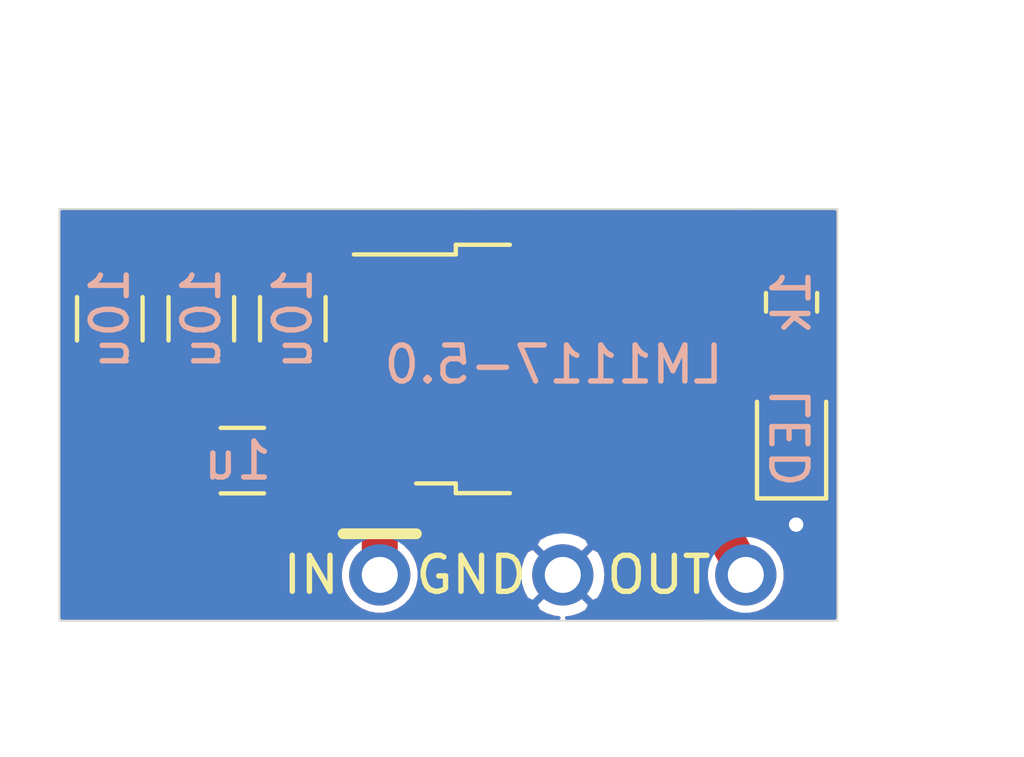
<source format=kicad_pcb>
(kicad_pcb (version 20171130) (host pcbnew 5.1.5+dfsg1-2build2)

  (general
    (thickness 0.8)
    (drawings 6)
    (tracks 14)
    (zones 0)
    (modules 8)
    (nets 5)
  )

  (page A4)
  (layers
    (0 F.Cu signal)
    (31 B.Cu signal)
    (32 B.Adhes user)
    (33 F.Adhes user)
    (34 B.Paste user)
    (35 F.Paste user)
    (36 B.SilkS user)
    (37 F.SilkS user)
    (38 B.Mask user)
    (39 F.Mask user)
    (40 Dwgs.User user)
    (41 Cmts.User user)
    (42 Eco1.User user)
    (43 Eco2.User user)
    (44 Edge.Cuts user)
    (45 Margin user)
    (46 B.CrtYd user)
    (47 F.CrtYd user)
    (48 B.Fab user)
    (49 F.Fab user)
  )

  (setup
    (last_trace_width 0.25)
    (user_trace_width 0.3)
    (user_trace_width 0.5)
    (user_trace_width 0.7)
    (user_trace_width 1)
    (trace_clearance 0.2)
    (zone_clearance 0)
    (zone_45_only no)
    (trace_min 0.2)
    (via_size 0.8)
    (via_drill 0.4)
    (via_min_size 0.4)
    (via_min_drill 0.3)
    (uvia_size 0.3)
    (uvia_drill 0.1)
    (uvias_allowed no)
    (uvia_min_size 0.2)
    (uvia_min_drill 0.1)
    (edge_width 0.05)
    (segment_width 0.2)
    (pcb_text_width 0.3)
    (pcb_text_size 1.5 1.5)
    (mod_edge_width 0.12)
    (mod_text_size 1 1)
    (mod_text_width 0.15)
    (pad_size 1.5 1.5)
    (pad_drill 1)
    (pad_to_mask_clearance 0.051)
    (solder_mask_min_width 0.25)
    (aux_axis_origin 0 0)
    (visible_elements FFFFFF7F)
    (pcbplotparams
      (layerselection 0x010fc_ffffffff)
      (usegerberextensions false)
      (usegerberattributes false)
      (usegerberadvancedattributes false)
      (creategerberjobfile false)
      (excludeedgelayer true)
      (linewidth 0.100000)
      (plotframeref false)
      (viasonmask false)
      (mode 1)
      (useauxorigin false)
      (hpglpennumber 1)
      (hpglpenspeed 20)
      (hpglpendiameter 15.000000)
      (psnegative false)
      (psa4output false)
      (plotreference true)
      (plotvalue true)
      (plotinvisibletext false)
      (padsonsilk false)
      (subtractmaskfromsilk false)
      (outputformat 1)
      (mirror false)
      (drillshape 1)
      (scaleselection 1)
      (outputdirectory ""))
  )

  (net 0 "")
  (net 1 VOUT)
  (net 2 VIN)
  (net 3 GND)
  (net 4 "Net-(D1-Pad2)")

  (net_class Default "This is the default net class."
    (clearance 0.2)
    (trace_width 0.25)
    (via_dia 0.8)
    (via_drill 0.4)
    (uvia_dia 0.3)
    (uvia_drill 0.1)
    (add_net GND)
    (add_net "Net-(D1-Pad2)")
    (add_net VIN)
    (add_net VOUT)
  )

  (module Package_TO_SOT_SMD:TO-252-3_TabPin2 (layer F.Cu) (tedit 5A70F30B) (tstamp 642D9784)
    (at 139.201 93.339)
    (descr "TO-252 / DPAK SMD package, http://www.infineon.com/cms/en/product/packages/PG-TO252/PG-TO252-3-1/")
    (tags "DPAK TO-252 DPAK-3 TO-252-3 SOT-428")
    (path /642DCD8E)
    (attr smd)
    (fp_text reference U1 (at 0 -4.5) (layer F.SilkS) hide
      (effects (font (size 1 1) (thickness 0.15)))
    )
    (fp_text value LM1117-5.0 (at 0.245 -0.121) (layer B.SilkS)
      (effects (font (size 1 1) (thickness 0.15)) (justify mirror))
    )
    (fp_text user %R (at 0 0) (layer F.Fab) hide
      (effects (font (size 1 1) (thickness 0.15)))
    )
    (fp_line (start 5.55 -3.5) (end -5.55 -3.5) (layer F.CrtYd) (width 0.05))
    (fp_line (start 5.55 3.5) (end 5.55 -3.5) (layer F.CrtYd) (width 0.05))
    (fp_line (start -5.55 3.5) (end 5.55 3.5) (layer F.CrtYd) (width 0.05))
    (fp_line (start -5.55 -3.5) (end -5.55 3.5) (layer F.CrtYd) (width 0.05))
    (fp_line (start -2.47 3.18) (end -3.57 3.18) (layer F.SilkS) (width 0.12))
    (fp_line (start -2.47 3.45) (end -2.47 3.18) (layer F.SilkS) (width 0.12))
    (fp_line (start -0.97 3.45) (end -2.47 3.45) (layer F.SilkS) (width 0.12))
    (fp_line (start -2.47 -3.18) (end -5.3 -3.18) (layer F.SilkS) (width 0.12))
    (fp_line (start -2.47 -3.45) (end -2.47 -3.18) (layer F.SilkS) (width 0.12))
    (fp_line (start -0.97 -3.45) (end -2.47 -3.45) (layer F.SilkS) (width 0.12))
    (fp_line (start -4.97 2.655) (end -2.27 2.655) (layer F.Fab) (width 0.1))
    (fp_line (start -4.97 1.905) (end -4.97 2.655) (layer F.Fab) (width 0.1))
    (fp_line (start -2.27 1.905) (end -4.97 1.905) (layer F.Fab) (width 0.1))
    (fp_line (start -4.97 0.375) (end -2.27 0.375) (layer F.Fab) (width 0.1))
    (fp_line (start -4.97 -0.375) (end -4.97 0.375) (layer F.Fab) (width 0.1))
    (fp_line (start -2.27 -0.375) (end -4.97 -0.375) (layer F.Fab) (width 0.1))
    (fp_line (start -4.97 -1.905) (end -2.27 -1.905) (layer F.Fab) (width 0.1))
    (fp_line (start -4.97 -2.655) (end -4.97 -1.905) (layer F.Fab) (width 0.1))
    (fp_line (start -1.865 -2.655) (end -4.97 -2.655) (layer F.Fab) (width 0.1))
    (fp_line (start -1.27 -3.25) (end 3.95 -3.25) (layer F.Fab) (width 0.1))
    (fp_line (start -2.27 -2.25) (end -1.27 -3.25) (layer F.Fab) (width 0.1))
    (fp_line (start -2.27 3.25) (end -2.27 -2.25) (layer F.Fab) (width 0.1))
    (fp_line (start 3.95 3.25) (end -2.27 3.25) (layer F.Fab) (width 0.1))
    (fp_line (start 3.95 -3.25) (end 3.95 3.25) (layer F.Fab) (width 0.1))
    (fp_line (start 4.95 2.7) (end 3.95 2.7) (layer F.Fab) (width 0.1))
    (fp_line (start 4.95 -2.7) (end 4.95 2.7) (layer F.Fab) (width 0.1))
    (fp_line (start 3.95 -2.7) (end 4.95 -2.7) (layer F.Fab) (width 0.1))
    (pad "" smd rect (at 0.425 1.525) (size 3.05 2.75) (layers F.Paste))
    (pad "" smd rect (at 3.775 -1.525) (size 3.05 2.75) (layers F.Paste))
    (pad "" smd rect (at 0.425 -1.525) (size 3.05 2.75) (layers F.Paste))
    (pad "" smd rect (at 3.775 1.525) (size 3.05 2.75) (layers F.Paste))
    (pad 2 smd rect (at 2.1 0) (size 6.4 5.8) (layers F.Cu F.Mask)
      (net 1 VOUT))
    (pad 3 smd rect (at -4.2 2.28) (size 2.2 1.2) (layers F.Cu F.Paste F.Mask)
      (net 2 VIN))
    (pad 2 smd rect (at -4.2 0) (size 2.2 1.2) (layers F.Cu F.Paste F.Mask)
      (net 1 VOUT))
    (pad 1 smd rect (at -4.2 -2.28) (size 2.2 1.2) (layers F.Cu F.Paste F.Mask)
      (net 3 GND))
    (model ${KISYS3DMOD}/Package_TO_SOT_SMD.3dshapes/TO-252-3_TabPin2.wrl
      (at (xyz 0 0 0))
      (scale (xyz 1 1 1))
      (rotate (xyz 0 0 0))
    )
  )

  (module Capacitor_SMD:C_1206_3216Metric (layer F.Cu) (tedit 5B301BBE) (tstamp 642ED94C)
    (at 127.127 91.945 90)
    (descr "Capacitor SMD 1206 (3216 Metric), square (rectangular) end terminal, IPC_7351 nominal, (Body size source: http://www.tortai-tech.com/upload/download/2011102023233369053.pdf), generated with kicad-footprint-generator")
    (tags capacitor)
    (path /64302E5D)
    (attr smd)
    (fp_text reference C4 (at 0 -1.82 90) (layer F.SilkS) hide
      (effects (font (size 1 1) (thickness 0.15)))
    )
    (fp_text value 10u (at 0 0 90) (layer B.SilkS)
      (effects (font (size 1 1) (thickness 0.15)) (justify mirror))
    )
    (fp_text user %R (at 0 0 90) (layer F.Fab) hide
      (effects (font (size 0.8 0.8) (thickness 0.12)))
    )
    (fp_line (start 2.28 1.12) (end -2.28 1.12) (layer F.CrtYd) (width 0.05))
    (fp_line (start 2.28 -1.12) (end 2.28 1.12) (layer F.CrtYd) (width 0.05))
    (fp_line (start -2.28 -1.12) (end 2.28 -1.12) (layer F.CrtYd) (width 0.05))
    (fp_line (start -2.28 1.12) (end -2.28 -1.12) (layer F.CrtYd) (width 0.05))
    (fp_line (start -0.602064 0.91) (end 0.602064 0.91) (layer F.SilkS) (width 0.12))
    (fp_line (start -0.602064 -0.91) (end 0.602064 -0.91) (layer F.SilkS) (width 0.12))
    (fp_line (start 1.6 0.8) (end -1.6 0.8) (layer F.Fab) (width 0.1))
    (fp_line (start 1.6 -0.8) (end 1.6 0.8) (layer F.Fab) (width 0.1))
    (fp_line (start -1.6 -0.8) (end 1.6 -0.8) (layer F.Fab) (width 0.1))
    (fp_line (start -1.6 0.8) (end -1.6 -0.8) (layer F.Fab) (width 0.1))
    (pad 2 smd roundrect (at 1.4 0 90) (size 1.25 1.75) (layers F.Cu F.Paste F.Mask) (roundrect_rratio 0.2)
      (net 3 GND))
    (pad 1 smd roundrect (at -1.4 0 90) (size 1.25 1.75) (layers F.Cu F.Paste F.Mask) (roundrect_rratio 0.2)
      (net 1 VOUT))
    (model ${KISYS3DMOD}/Capacitor_SMD.3dshapes/C_1206_3216Metric.wrl
      (at (xyz 0 0 0))
      (scale (xyz 1 1 1))
      (rotate (xyz 0 0 0))
    )
  )

  (module plc88:power_im (layer F.Cu) (tedit 642E78E2) (tstamp 642ED769)
    (at 128.27 88.9)
    (path /642F7F1E)
    (fp_text reference J1 (at 10.033 5.969) (layer F.Fab)
      (effects (font (size 1 1) (thickness 0.15)))
    )
    (fp_text value power_i (at 9.779 4.064) (layer F.Fab)
      (effects (font (size 1 1) (thickness 0.15)))
    )
    (fp_line (start -2.54 0) (end -2.54 1.27) (layer F.Fab) (width 0.12))
    (fp_line (start -2.54 0) (end -1.27 0) (layer F.Fab) (width 0.12))
    (fp_line (start 19.05 11.43) (end 17.78 11.43) (layer F.Fab) (width 0.12))
    (fp_line (start 19.05 10.16) (end 19.05 11.43) (layer F.Fab) (width 0.12))
    (fp_text user IN (at 4.445 10.16) (layer F.SilkS)
      (effects (font (size 1 1) (thickness 0.15)))
    )
    (fp_text user GND (at 8.89 10.16) (layer F.SilkS)
      (effects (font (size 1 1) (thickness 0.15)))
    )
    (fp_text user OUT (at 14.097 10.16) (layer F.SilkS)
      (effects (font (size 1 1) (thickness 0.15)))
    )
    (fp_line (start 5.334 9.017) (end 7.366 9.017) (layer F.SilkS) (width 0.3))
    (pad 3 thru_hole circle (at 11.43 10.16) (size 1.7 1.7) (drill 1) (layers *.Cu *.Mask)
      (net 3 GND))
    (pad 2 thru_hole circle (at 16.51 10.16) (size 1.7 1.7) (drill 1) (layers *.Cu *.Mask)
      (net 1 VOUT))
    (pad 1 thru_hole circle (at 6.35 10.16) (size 1.7 1.7) (drill 1) (layers *.Cu *.Mask)
      (net 2 VIN))
  )

  (module Resistor_SMD:R_0805_2012Metric (layer F.Cu) (tedit 5B36C52B) (tstamp 642D976E)
    (at 146.05 91.4885 90)
    (descr "Resistor SMD 0805 (2012 Metric), square (rectangular) end terminal, IPC_7351 nominal, (Body size source: https://docs.google.com/spreadsheets/d/1BsfQQcO9C6DZCsRaXUlFlo91Tg2WpOkGARC1WS5S8t0/edit?usp=sharing), generated with kicad-footprint-generator")
    (tags resistor)
    (path /642E307E)
    (attr smd)
    (fp_text reference R1 (at 0 -1.65 90) (layer F.SilkS) hide
      (effects (font (size 1 1) (thickness 0.15)))
    )
    (fp_text value 1k (at 0 0 90) (layer B.SilkS)
      (effects (font (size 1 1) (thickness 0.15)) (justify mirror))
    )
    (fp_text user %R (at 0 0 90) (layer F.Fab) hide
      (effects (font (size 0.5 0.5) (thickness 0.08)))
    )
    (fp_line (start 1.68 0.95) (end -1.68 0.95) (layer F.CrtYd) (width 0.05))
    (fp_line (start 1.68 -0.95) (end 1.68 0.95) (layer F.CrtYd) (width 0.05))
    (fp_line (start -1.68 -0.95) (end 1.68 -0.95) (layer F.CrtYd) (width 0.05))
    (fp_line (start -1.68 0.95) (end -1.68 -0.95) (layer F.CrtYd) (width 0.05))
    (fp_line (start -0.258578 0.71) (end 0.258578 0.71) (layer F.SilkS) (width 0.12))
    (fp_line (start -0.258578 -0.71) (end 0.258578 -0.71) (layer F.SilkS) (width 0.12))
    (fp_line (start 1 0.6) (end -1 0.6) (layer F.Fab) (width 0.1))
    (fp_line (start 1 -0.6) (end 1 0.6) (layer F.Fab) (width 0.1))
    (fp_line (start -1 -0.6) (end 1 -0.6) (layer F.Fab) (width 0.1))
    (fp_line (start -1 0.6) (end -1 -0.6) (layer F.Fab) (width 0.1))
    (pad 2 smd roundrect (at 0.9375 0 90) (size 0.975 1.4) (layers F.Cu F.Paste F.Mask) (roundrect_rratio 0.25)
      (net 1 VOUT))
    (pad 1 smd roundrect (at -0.9375 0 90) (size 0.975 1.4) (layers F.Cu F.Paste F.Mask) (roundrect_rratio 0.25)
      (net 4 "Net-(D1-Pad2)"))
    (model ${KISYS3DMOD}/Resistor_SMD.3dshapes/R_0805_2012Metric.wrl
      (at (xyz 0 0 0))
      (scale (xyz 1 1 1))
      (rotate (xyz 0 0 0))
    )
  )

  (module LED_SMD:LED_0805_2012Metric (layer F.Cu) (tedit 5B36C52C) (tstamp 642D971B)
    (at 146.05 95.25 90)
    (descr "LED SMD 0805 (2012 Metric), square (rectangular) end terminal, IPC_7351 nominal, (Body size source: https://docs.google.com/spreadsheets/d/1BsfQQcO9C6DZCsRaXUlFlo91Tg2WpOkGARC1WS5S8t0/edit?usp=sharing), generated with kicad-footprint-generator")
    (tags diode)
    (path /642E237F)
    (attr smd)
    (fp_text reference D1 (at 0 -1.65 90) (layer F.SilkS) hide
      (effects (font (size 1 1) (thickness 0.15)))
    )
    (fp_text value LED (at 0 0 90) (layer B.SilkS)
      (effects (font (size 1 1) (thickness 0.15)) (justify mirror))
    )
    (fp_text user %R (at 0 0 90) (layer F.Fab) hide
      (effects (font (size 0.5 0.5) (thickness 0.08)))
    )
    (fp_line (start 1.68 0.95) (end -1.68 0.95) (layer F.CrtYd) (width 0.05))
    (fp_line (start 1.68 -0.95) (end 1.68 0.95) (layer F.CrtYd) (width 0.05))
    (fp_line (start -1.68 -0.95) (end 1.68 -0.95) (layer F.CrtYd) (width 0.05))
    (fp_line (start -1.68 0.95) (end -1.68 -0.95) (layer F.CrtYd) (width 0.05))
    (fp_line (start -1.685 0.96) (end 1 0.96) (layer F.SilkS) (width 0.12))
    (fp_line (start -1.685 -0.96) (end -1.685 0.96) (layer F.SilkS) (width 0.12))
    (fp_line (start 1 -0.96) (end -1.685 -0.96) (layer F.SilkS) (width 0.12))
    (fp_line (start 1 0.6) (end 1 -0.6) (layer F.Fab) (width 0.1))
    (fp_line (start -1 0.6) (end 1 0.6) (layer F.Fab) (width 0.1))
    (fp_line (start -1 -0.3) (end -1 0.6) (layer F.Fab) (width 0.1))
    (fp_line (start -0.7 -0.6) (end -1 -0.3) (layer F.Fab) (width 0.1))
    (fp_line (start 1 -0.6) (end -0.7 -0.6) (layer F.Fab) (width 0.1))
    (pad 2 smd roundrect (at 0.9375 0 90) (size 0.975 1.4) (layers F.Cu F.Paste F.Mask) (roundrect_rratio 0.25)
      (net 4 "Net-(D1-Pad2)"))
    (pad 1 smd roundrect (at -0.9375 0 90) (size 0.975 1.4) (layers F.Cu F.Paste F.Mask) (roundrect_rratio 0.25)
      (net 3 GND))
    (model ${KISYS3DMOD}/LED_SMD.3dshapes/LED_0805_2012Metric.wrl
      (at (xyz 0 0 0))
      (scale (xyz 1 1 1))
      (rotate (xyz 0 0 0))
    )
  )

  (module Capacitor_SMD:C_1206_3216Metric (layer F.Cu) (tedit 5B301BBE) (tstamp 642D9708)
    (at 129.667 91.945 90)
    (descr "Capacitor SMD 1206 (3216 Metric), square (rectangular) end terminal, IPC_7351 nominal, (Body size source: http://www.tortai-tech.com/upload/download/2011102023233369053.pdf), generated with kicad-footprint-generator")
    (tags capacitor)
    (path /642DBC27)
    (attr smd)
    (fp_text reference C3 (at 0 -1.82 90) (layer F.SilkS) hide
      (effects (font (size 1 1) (thickness 0.15)))
    )
    (fp_text value 10u (at 0 0 90) (layer B.SilkS)
      (effects (font (size 1 1) (thickness 0.15)) (justify mirror))
    )
    (fp_text user %R (at 0 0 90) (layer F.Fab) hide
      (effects (font (size 0.8 0.8) (thickness 0.12)))
    )
    (fp_line (start 2.28 1.12) (end -2.28 1.12) (layer F.CrtYd) (width 0.05))
    (fp_line (start 2.28 -1.12) (end 2.28 1.12) (layer F.CrtYd) (width 0.05))
    (fp_line (start -2.28 -1.12) (end 2.28 -1.12) (layer F.CrtYd) (width 0.05))
    (fp_line (start -2.28 1.12) (end -2.28 -1.12) (layer F.CrtYd) (width 0.05))
    (fp_line (start -0.602064 0.91) (end 0.602064 0.91) (layer F.SilkS) (width 0.12))
    (fp_line (start -0.602064 -0.91) (end 0.602064 -0.91) (layer F.SilkS) (width 0.12))
    (fp_line (start 1.6 0.8) (end -1.6 0.8) (layer F.Fab) (width 0.1))
    (fp_line (start 1.6 -0.8) (end 1.6 0.8) (layer F.Fab) (width 0.1))
    (fp_line (start -1.6 -0.8) (end 1.6 -0.8) (layer F.Fab) (width 0.1))
    (fp_line (start -1.6 0.8) (end -1.6 -0.8) (layer F.Fab) (width 0.1))
    (pad 2 smd roundrect (at 1.4 0 90) (size 1.25 1.75) (layers F.Cu F.Paste F.Mask) (roundrect_rratio 0.2)
      (net 3 GND))
    (pad 1 smd roundrect (at -1.4 0 90) (size 1.25 1.75) (layers F.Cu F.Paste F.Mask) (roundrect_rratio 0.2)
      (net 1 VOUT))
    (model ${KISYS3DMOD}/Capacitor_SMD.3dshapes/C_1206_3216Metric.wrl
      (at (xyz 0 0 0))
      (scale (xyz 1 1 1))
      (rotate (xyz 0 0 0))
    )
  )

  (module Capacitor_SMD:C_1206_3216Metric (layer F.Cu) (tedit 5B301BBE) (tstamp 642D96F7)
    (at 132.207 91.945 90)
    (descr "Capacitor SMD 1206 (3216 Metric), square (rectangular) end terminal, IPC_7351 nominal, (Body size source: http://www.tortai-tech.com/upload/download/2011102023233369053.pdf), generated with kicad-footprint-generator")
    (tags capacitor)
    (path /642D89A8)
    (attr smd)
    (fp_text reference C2 (at 0 -1.82 90) (layer F.SilkS) hide
      (effects (font (size 1 1) (thickness 0.15)))
    )
    (fp_text value 10u (at 0 0 90) (layer B.SilkS)
      (effects (font (size 1 1) (thickness 0.15)) (justify mirror))
    )
    (fp_text user %R (at 0 0 90) (layer F.Fab) hide
      (effects (font (size 0.8 0.8) (thickness 0.12)))
    )
    (fp_line (start 2.28 1.12) (end -2.28 1.12) (layer F.CrtYd) (width 0.05))
    (fp_line (start 2.28 -1.12) (end 2.28 1.12) (layer F.CrtYd) (width 0.05))
    (fp_line (start -2.28 -1.12) (end 2.28 -1.12) (layer F.CrtYd) (width 0.05))
    (fp_line (start -2.28 1.12) (end -2.28 -1.12) (layer F.CrtYd) (width 0.05))
    (fp_line (start -0.602064 0.91) (end 0.602064 0.91) (layer F.SilkS) (width 0.12))
    (fp_line (start -0.602064 -0.91) (end 0.602064 -0.91) (layer F.SilkS) (width 0.12))
    (fp_line (start 1.6 0.8) (end -1.6 0.8) (layer F.Fab) (width 0.1))
    (fp_line (start 1.6 -0.8) (end 1.6 0.8) (layer F.Fab) (width 0.1))
    (fp_line (start -1.6 -0.8) (end 1.6 -0.8) (layer F.Fab) (width 0.1))
    (fp_line (start -1.6 0.8) (end -1.6 -0.8) (layer F.Fab) (width 0.1))
    (pad 2 smd roundrect (at 1.4 0 90) (size 1.25 1.75) (layers F.Cu F.Paste F.Mask) (roundrect_rratio 0.2)
      (net 3 GND))
    (pad 1 smd roundrect (at -1.4 0 90) (size 1.25 1.75) (layers F.Cu F.Paste F.Mask) (roundrect_rratio 0.2)
      (net 1 VOUT))
    (model ${KISYS3DMOD}/Capacitor_SMD.3dshapes/C_1206_3216Metric.wrl
      (at (xyz 0 0 0))
      (scale (xyz 1 1 1))
      (rotate (xyz 0 0 0))
    )
  )

  (module Capacitor_SMD:C_1206_3216Metric (layer F.Cu) (tedit 5B301BBE) (tstamp 642D96E6)
    (at 130.807 95.885 180)
    (descr "Capacitor SMD 1206 (3216 Metric), square (rectangular) end terminal, IPC_7351 nominal, (Body size source: http://www.tortai-tech.com/upload/download/2011102023233369053.pdf), generated with kicad-footprint-generator")
    (tags capacitor)
    (path /642D8C07)
    (attr smd)
    (fp_text reference C1 (at 0 -1.82) (layer F.SilkS) hide
      (effects (font (size 1 1) (thickness 0.15)))
    )
    (fp_text value 1u (at 0.13 0) (layer B.SilkS)
      (effects (font (size 1 1) (thickness 0.15)) (justify mirror))
    )
    (fp_text user %R (at 0 0) (layer F.Fab) hide
      (effects (font (size 0.8 0.8) (thickness 0.12)))
    )
    (fp_line (start 2.28 1.12) (end -2.28 1.12) (layer F.CrtYd) (width 0.05))
    (fp_line (start 2.28 -1.12) (end 2.28 1.12) (layer F.CrtYd) (width 0.05))
    (fp_line (start -2.28 -1.12) (end 2.28 -1.12) (layer F.CrtYd) (width 0.05))
    (fp_line (start -2.28 1.12) (end -2.28 -1.12) (layer F.CrtYd) (width 0.05))
    (fp_line (start -0.602064 0.91) (end 0.602064 0.91) (layer F.SilkS) (width 0.12))
    (fp_line (start -0.602064 -0.91) (end 0.602064 -0.91) (layer F.SilkS) (width 0.12))
    (fp_line (start 1.6 0.8) (end -1.6 0.8) (layer F.Fab) (width 0.1))
    (fp_line (start 1.6 -0.8) (end 1.6 0.8) (layer F.Fab) (width 0.1))
    (fp_line (start -1.6 -0.8) (end 1.6 -0.8) (layer F.Fab) (width 0.1))
    (fp_line (start -1.6 0.8) (end -1.6 -0.8) (layer F.Fab) (width 0.1))
    (pad 2 smd roundrect (at 1.4 0 180) (size 1.25 1.75) (layers F.Cu F.Paste F.Mask) (roundrect_rratio 0.2)
      (net 3 GND))
    (pad 1 smd roundrect (at -1.4 0 180) (size 1.25 1.75) (layers F.Cu F.Paste F.Mask) (roundrect_rratio 0.2)
      (net 2 VIN))
    (model ${KISYS3DMOD}/Capacitor_SMD.3dshapes/C_1206_3216Metric.wrl
      (at (xyz 0 0 0))
      (scale (xyz 1 1 1))
      (rotate (xyz 0 0 0))
    )
  )

  (dimension 21.59 (width 0.15) (layer F.Fab)
    (gr_text "21,590 mm" (at 136.525 83.79) (layer F.Fab)
      (effects (font (size 1 1) (thickness 0.15)))
    )
    (feature1 (pts (xy 125.73 88.265) (xy 125.73 84.503579)))
    (feature2 (pts (xy 147.32 88.265) (xy 147.32 84.503579)))
    (crossbar (pts (xy 147.32 85.09) (xy 125.73 85.09)))
    (arrow1a (pts (xy 125.73 85.09) (xy 126.856504 84.503579)))
    (arrow1b (pts (xy 125.73 85.09) (xy 126.856504 85.676421)))
    (arrow2a (pts (xy 147.32 85.09) (xy 146.193496 84.503579)))
    (arrow2b (pts (xy 147.32 85.09) (xy 146.193496 85.676421)))
  )
  (dimension 11.43 (width 0.15) (layer F.Fab)
    (gr_text "11,430 mm" (at 151.16 94.615 270) (layer F.Fab)
      (effects (font (size 1 1) (thickness 0.15)))
    )
    (feature1 (pts (xy 147.955 100.33) (xy 150.446421 100.33)))
    (feature2 (pts (xy 147.955 88.9) (xy 150.446421 88.9)))
    (crossbar (pts (xy 149.86 88.9) (xy 149.86 100.33)))
    (arrow1a (pts (xy 149.86 100.33) (xy 149.273579 99.203496)))
    (arrow1b (pts (xy 149.86 100.33) (xy 150.446421 99.203496)))
    (arrow2a (pts (xy 149.86 88.9) (xy 149.273579 90.026504)))
    (arrow2b (pts (xy 149.86 88.9) (xy 150.446421 90.026504)))
  )
  (gr_line (start 125.73 100.33) (end 125.73 88.9) (layer Edge.Cuts) (width 0.05) (tstamp 642DA065))
  (gr_line (start 147.32 100.33) (end 125.73 100.33) (layer Edge.Cuts) (width 0.05))
  (gr_line (start 147.32 88.9) (end 147.32 100.33) (layer Edge.Cuts) (width 0.05))
  (gr_line (start 125.73 88.9) (end 147.32 88.9) (layer Edge.Cuts) (width 0.05))

  (segment (start 135.001 93.339) (end 141.301 93.339) (width 1.2) (layer F.Cu) (net 1))
  (segment (start 144.78 99.06) (end 143.764 97.155) (width 1) (layer F.Cu) (net 1))
  (segment (start 143.764 97.155) (end 141.301 93.339) (width 1) (layer F.Cu) (net 1))
  (segment (start 146.05 90.551) (end 144.526 90.551) (width 0.3) (layer F.Cu) (net 1))
  (segment (start 144.526 90.551) (end 141.301 93.339) (width 0.3) (layer F.Cu) (net 1))
  (segment (start 127.127 93.345) (end 129.667 93.342) (width 0.3) (layer F.Cu) (net 1))
  (segment (start 129.667 93.345) (end 132.207 93.348) (width 0.5) (layer F.Cu) (net 1))
  (segment (start 135.001 93.339) (end 132.207 93.345) (width 0.7) (layer F.Cu) (net 1))
  (segment (start 132.207 95.885) (end 135.001 95.619) (width 0.5) (layer F.Cu) (net 2))
  (segment (start 134.62 99.06) (end 134.62 97.663) (width 1) (layer F.Cu) (net 2))
  (segment (start 134.62 97.663) (end 135.001 96.774) (width 1) (layer F.Cu) (net 2))
  (segment (start 135.001 96.774) (end 135.001 95.619) (width 1) (layer F.Cu) (net 2))
  (via (at 146.177 97.663) (size 0.8) (drill 0.4) (layers F.Cu B.Cu) (net 3))
  (segment (start 146.05 92.299) (end 146.05 94.234) (width 0.3) (layer F.Cu) (net 4))

  (zone (net 3) (net_name GND) (layer F.Cu) (tstamp 0) (hatch edge 0.508)
    (connect_pads (clearance 0))
    (min_thickness 0.1)
    (fill yes (arc_segments 32) (thermal_gap 0.3) (thermal_bridge_width 0.2))
    (polygon
      (pts
        (xy 137.16 97.917) (xy 143.637 97.917) (xy 143.637 101.346) (xy 137.16 101.346) (xy 137.16 101.6)
        (xy 124.079 101.6) (xy 124.46 88.265) (xy 137.16 88.265)
      )
    )
    (filled_polygon
      (pts
        (xy 137.11 92.489) (xy 136.113275 92.489) (xy 136.101 92.487791) (xy 133.901 92.487791) (xy 133.851992 92.492618)
        (xy 133.804866 92.506913) (xy 133.761436 92.530127) (xy 133.723368 92.561368) (xy 133.692127 92.599436) (xy 133.668913 92.642866)
        (xy 133.654618 92.689992) (xy 133.649791 92.739) (xy 133.649791 92.741901) (xy 133.276086 92.742703) (xy 133.24874 92.691543)
        (xy 133.186408 92.615592) (xy 133.110457 92.55326) (xy 133.023804 92.506943) (xy 132.929781 92.478422) (xy 132.832 92.468791)
        (xy 131.582 92.468791) (xy 131.484219 92.478422) (xy 131.390196 92.506943) (xy 131.303543 92.55326) (xy 131.227592 92.615592)
        (xy 131.16526 92.691543) (xy 131.118943 92.778196) (xy 131.098166 92.846691) (xy 130.775719 92.84631) (xy 130.755057 92.778196)
        (xy 130.70874 92.691543) (xy 130.646408 92.615592) (xy 130.570457 92.55326) (xy 130.483804 92.506943) (xy 130.389781 92.478422)
        (xy 130.292 92.468791) (xy 129.042 92.468791) (xy 128.944219 92.478422) (xy 128.850196 92.506943) (xy 128.763543 92.55326)
        (xy 128.687592 92.615592) (xy 128.62526 92.691543) (xy 128.578943 92.778196) (xy 128.550422 92.872219) (xy 128.543418 92.943328)
        (xy 128.250616 92.943673) (xy 128.243578 92.872219) (xy 128.215057 92.778196) (xy 128.16874 92.691543) (xy 128.106408 92.615592)
        (xy 128.030457 92.55326) (xy 127.943804 92.506943) (xy 127.849781 92.478422) (xy 127.752 92.468791) (xy 126.502 92.468791)
        (xy 126.404219 92.478422) (xy 126.310196 92.506943) (xy 126.223543 92.55326) (xy 126.147592 92.615592) (xy 126.08526 92.691543)
        (xy 126.038943 92.778196) (xy 126.010422 92.872219) (xy 126.000791 92.97) (xy 126.000791 93.72) (xy 126.010422 93.817781)
        (xy 126.038943 93.911804) (xy 126.08526 93.998457) (xy 126.147592 94.074408) (xy 126.223543 94.13674) (xy 126.310196 94.183057)
        (xy 126.404219 94.211578) (xy 126.502 94.221209) (xy 127.752 94.221209) (xy 127.849781 94.211578) (xy 127.943804 94.183057)
        (xy 128.030457 94.13674) (xy 128.106408 94.074408) (xy 128.16874 93.998457) (xy 128.215057 93.911804) (xy 128.243578 93.817781)
        (xy 128.250877 93.743672) (xy 128.543089 93.743327) (xy 128.550422 93.817781) (xy 128.578943 93.911804) (xy 128.62526 93.998457)
        (xy 128.687592 94.074408) (xy 128.763543 94.13674) (xy 128.850196 94.183057) (xy 128.944219 94.211578) (xy 129.042 94.221209)
        (xy 130.292 94.221209) (xy 130.389781 94.211578) (xy 130.483804 94.183057) (xy 130.570457 94.13674) (xy 130.646408 94.074408)
        (xy 130.70874 93.998457) (xy 130.755057 93.911804) (xy 130.774925 93.846308) (xy 131.099192 93.846691) (xy 131.118943 93.911804)
        (xy 131.16526 93.998457) (xy 131.227592 94.074408) (xy 131.303543 94.13674) (xy 131.390196 94.183057) (xy 131.484219 94.211578)
        (xy 131.582 94.221209) (xy 132.832 94.221209) (xy 132.929781 94.211578) (xy 133.023804 94.183057) (xy 133.110457 94.13674)
        (xy 133.186408 94.074408) (xy 133.24874 93.998457) (xy 133.278543 93.9427) (xy 133.650077 93.941902) (xy 133.654618 93.988008)
        (xy 133.668913 94.035134) (xy 133.692127 94.078564) (xy 133.723368 94.116632) (xy 133.761436 94.147873) (xy 133.804866 94.171087)
        (xy 133.851992 94.185382) (xy 133.901 94.190209) (xy 136.101 94.190209) (xy 136.113275 94.189) (xy 137.11 94.189)
        (xy 137.11 97.917) (xy 137.110961 97.926755) (xy 137.113806 97.936134) (xy 137.118427 97.944779) (xy 137.124645 97.952355)
        (xy 137.132221 97.958573) (xy 137.140866 97.963194) (xy 137.150245 97.966039) (xy 137.16 97.967) (xy 139.198688 97.967)
        (xy 139.032305 98.055932) (xy 138.945384 98.234673) (xy 139.7 98.989289) (xy 140.454616 98.234673) (xy 140.367695 98.055932)
        (xy 140.200427 97.967) (xy 143.347068 97.967) (xy 143.587 98.416874) (xy 143.587 100.255) (xy 139.809912 100.255)
        (xy 139.937852 100.242114) (xy 140.1639 100.172997) (xy 140.367695 100.064068) (xy 140.454616 99.885327) (xy 139.7 99.130711)
        (xy 138.945384 99.885327) (xy 139.032305 100.064068) (xy 139.241019 100.175036) (xy 139.467371 100.243153) (xy 139.590445 100.255)
        (xy 125.805 100.255) (xy 125.805 96.76) (xy 128.430306 96.76) (xy 128.437064 96.828612) (xy 128.457077 96.894587)
        (xy 128.489577 96.955391) (xy 128.533315 97.008685) (xy 128.586609 97.052423) (xy 128.647413 97.084923) (xy 128.713388 97.104936)
        (xy 128.782 97.111694) (xy 129.2695 97.11) (xy 129.357 97.0225) (xy 129.357 95.935) (xy 129.457 95.935)
        (xy 129.457 97.0225) (xy 129.5445 97.11) (xy 130.032 97.111694) (xy 130.100612 97.104936) (xy 130.166587 97.084923)
        (xy 130.227391 97.052423) (xy 130.280685 97.008685) (xy 130.324423 96.955391) (xy 130.356923 96.894587) (xy 130.376936 96.828612)
        (xy 130.383694 96.76) (xy 130.382 96.0225) (xy 130.2945 95.935) (xy 129.457 95.935) (xy 129.357 95.935)
        (xy 128.5195 95.935) (xy 128.432 96.0225) (xy 128.430306 96.76) (xy 125.805 96.76) (xy 125.805 95.01)
        (xy 128.430306 95.01) (xy 128.432 95.7475) (xy 128.5195 95.835) (xy 129.357 95.835) (xy 129.357 94.7475)
        (xy 129.457 94.7475) (xy 129.457 95.835) (xy 130.2945 95.835) (xy 130.382 95.7475) (xy 130.383119 95.26)
        (xy 131.330791 95.26) (xy 131.330791 96.51) (xy 131.340422 96.607781) (xy 131.368943 96.701804) (xy 131.41526 96.788457)
        (xy 131.477592 96.864408) (xy 131.553543 96.92674) (xy 131.640196 96.973057) (xy 131.734219 97.001578) (xy 131.832 97.011209)
        (xy 132.582 97.011209) (xy 132.679781 97.001578) (xy 132.773804 96.973057) (xy 132.860457 96.92674) (xy 132.936408 96.864408)
        (xy 132.99874 96.788457) (xy 133.045057 96.701804) (xy 133.073578 96.607781) (xy 133.083209 96.51) (xy 133.083209 96.303842)
        (xy 133.652806 96.249614) (xy 133.654618 96.268008) (xy 133.668913 96.315134) (xy 133.692127 96.358564) (xy 133.723368 96.396632)
        (xy 133.761436 96.427873) (xy 133.804866 96.451087) (xy 133.851992 96.465382) (xy 133.901 96.470209) (xy 134.251 96.470209)
        (xy 134.251 96.620058) (xy 133.943346 97.337918) (xy 133.92374 97.374599) (xy 133.90363 97.440891) (xy 133.882701 97.506974)
        (xy 133.882193 97.511561) (xy 133.880854 97.515974) (xy 133.874063 97.584921) (xy 133.866429 97.653812) (xy 133.870001 97.695253)
        (xy 133.870001 98.254365) (xy 133.765575 98.358791) (xy 133.645193 98.538955) (xy 133.562273 98.739142) (xy 133.52 98.951659)
        (xy 133.52 99.168341) (xy 133.562273 99.380858) (xy 133.645193 99.581045) (xy 133.765575 99.761209) (xy 133.918791 99.914425)
        (xy 134.098955 100.034807) (xy 134.299142 100.117727) (xy 134.511659 100.16) (xy 134.728341 100.16) (xy 134.940858 100.117727)
        (xy 135.141045 100.034807) (xy 135.321209 99.914425) (xy 135.474425 99.761209) (xy 135.594807 99.581045) (xy 135.677727 99.380858)
        (xy 135.72 99.168341) (xy 135.72 99.062663) (xy 138.494198 99.062663) (xy 138.517886 99.297852) (xy 138.587003 99.5239)
        (xy 138.695932 99.727695) (xy 138.874673 99.814616) (xy 139.629289 99.06) (xy 139.770711 99.06) (xy 140.525327 99.814616)
        (xy 140.704068 99.727695) (xy 140.815036 99.518981) (xy 140.883153 99.292629) (xy 140.905802 99.057337) (xy 140.882114 98.822148)
        (xy 140.812997 98.5961) (xy 140.704068 98.392305) (xy 140.525327 98.305384) (xy 139.770711 99.06) (xy 139.629289 99.06)
        (xy 138.874673 98.305384) (xy 138.695932 98.392305) (xy 138.584964 98.601019) (xy 138.516847 98.827371) (xy 138.494198 99.062663)
        (xy 135.72 99.062663) (xy 135.72 98.951659) (xy 135.677727 98.739142) (xy 135.594807 98.538955) (xy 135.474425 98.358791)
        (xy 135.37 98.254366) (xy 135.37 97.816941) (xy 135.677652 97.099088) (xy 135.697261 97.062401) (xy 135.717386 96.996058)
        (xy 135.738299 96.930027) (xy 135.738807 96.925444) (xy 135.740147 96.921026) (xy 135.746945 96.852007) (xy 135.754571 96.783189)
        (xy 135.751 96.741759) (xy 135.751 96.470209) (xy 136.101 96.470209) (xy 136.150008 96.465382) (xy 136.197134 96.451087)
        (xy 136.240564 96.427873) (xy 136.278632 96.396632) (xy 136.309873 96.358564) (xy 136.333087 96.315134) (xy 136.347382 96.268008)
        (xy 136.352209 96.219) (xy 136.352209 95.019) (xy 136.347382 94.969992) (xy 136.333087 94.922866) (xy 136.309873 94.879436)
        (xy 136.278632 94.841368) (xy 136.240564 94.810127) (xy 136.197134 94.786913) (xy 136.150008 94.772618) (xy 136.101 94.767791)
        (xy 133.901 94.767791) (xy 133.851992 94.772618) (xy 133.804866 94.786913) (xy 133.761436 94.810127) (xy 133.723368 94.841368)
        (xy 133.692127 94.879436) (xy 133.668913 94.922866) (xy 133.654618 94.969992) (xy 133.649791 95.019) (xy 133.649791 95.24538)
        (xy 133.083209 95.299321) (xy 133.083209 95.26) (xy 133.073578 95.162219) (xy 133.045057 95.068196) (xy 132.99874 94.981543)
        (xy 132.936408 94.905592) (xy 132.860457 94.84326) (xy 132.773804 94.796943) (xy 132.679781 94.768422) (xy 132.582 94.758791)
        (xy 131.832 94.758791) (xy 131.734219 94.768422) (xy 131.640196 94.796943) (xy 131.553543 94.84326) (xy 131.477592 94.905592)
        (xy 131.41526 94.981543) (xy 131.368943 95.068196) (xy 131.340422 95.162219) (xy 131.330791 95.26) (xy 130.383119 95.26)
        (xy 130.383694 95.01) (xy 130.376936 94.941388) (xy 130.356923 94.875413) (xy 130.324423 94.814609) (xy 130.280685 94.761315)
        (xy 130.227391 94.717577) (xy 130.166587 94.685077) (xy 130.100612 94.665064) (xy 130.032 94.658306) (xy 129.5445 94.66)
        (xy 129.457 94.7475) (xy 129.357 94.7475) (xy 129.2695 94.66) (xy 128.782 94.658306) (xy 128.713388 94.665064)
        (xy 128.647413 94.685077) (xy 128.586609 94.717577) (xy 128.533315 94.761315) (xy 128.489577 94.814609) (xy 128.457077 94.875413)
        (xy 128.437064 94.941388) (xy 128.430306 95.01) (xy 125.805 95.01) (xy 125.805 91.659) (xy 133.549306 91.659)
        (xy 133.556064 91.727612) (xy 133.576077 91.793587) (xy 133.608577 91.854391) (xy 133.652315 91.907685) (xy 133.705609 91.951423)
        (xy 133.766413 91.983923) (xy 133.832388 92.003936) (xy 133.901 92.010694) (xy 134.8635 92.009) (xy 134.951 91.9215)
        (xy 134.951 91.109) (xy 135.051 91.109) (xy 135.051 91.9215) (xy 135.1385 92.009) (xy 136.101 92.010694)
        (xy 136.169612 92.003936) (xy 136.235587 91.983923) (xy 136.296391 91.951423) (xy 136.349685 91.907685) (xy 136.393423 91.854391)
        (xy 136.425923 91.793587) (xy 136.445936 91.727612) (xy 136.452694 91.659) (xy 136.451 91.1965) (xy 136.3635 91.109)
        (xy 135.051 91.109) (xy 134.951 91.109) (xy 133.6385 91.109) (xy 133.551 91.1965) (xy 133.549306 91.659)
        (xy 125.805 91.659) (xy 125.805 91.17) (xy 125.900306 91.17) (xy 125.907064 91.238612) (xy 125.927077 91.304587)
        (xy 125.959577 91.365391) (xy 126.003315 91.418685) (xy 126.056609 91.462423) (xy 126.117413 91.494923) (xy 126.183388 91.514936)
        (xy 126.252 91.521694) (xy 126.9895 91.52) (xy 127.077 91.4325) (xy 127.077 90.595) (xy 127.177 90.595)
        (xy 127.177 91.4325) (xy 127.2645 91.52) (xy 128.002 91.521694) (xy 128.070612 91.514936) (xy 128.136587 91.494923)
        (xy 128.197391 91.462423) (xy 128.250685 91.418685) (xy 128.294423 91.365391) (xy 128.326923 91.304587) (xy 128.346936 91.238612)
        (xy 128.353694 91.17) (xy 128.440306 91.17) (xy 128.447064 91.238612) (xy 128.467077 91.304587) (xy 128.499577 91.365391)
        (xy 128.543315 91.418685) (xy 128.596609 91.462423) (xy 128.657413 91.494923) (xy 128.723388 91.514936) (xy 128.792 91.521694)
        (xy 129.5295 91.52) (xy 129.617 91.4325) (xy 129.617 90.595) (xy 129.717 90.595) (xy 129.717 91.4325)
        (xy 129.8045 91.52) (xy 130.542 91.521694) (xy 130.610612 91.514936) (xy 130.676587 91.494923) (xy 130.737391 91.462423)
        (xy 130.790685 91.418685) (xy 130.834423 91.365391) (xy 130.866923 91.304587) (xy 130.886936 91.238612) (xy 130.893694 91.17)
        (xy 130.980306 91.17) (xy 130.987064 91.238612) (xy 131.007077 91.304587) (xy 131.039577 91.365391) (xy 131.083315 91.418685)
        (xy 131.136609 91.462423) (xy 131.197413 91.494923) (xy 131.263388 91.514936) (xy 131.332 91.521694) (xy 132.0695 91.52)
        (xy 132.157 91.4325) (xy 132.157 90.595) (xy 132.257 90.595) (xy 132.257 91.4325) (xy 132.3445 91.52)
        (xy 133.082 91.521694) (xy 133.150612 91.514936) (xy 133.216587 91.494923) (xy 133.277391 91.462423) (xy 133.330685 91.418685)
        (xy 133.374423 91.365391) (xy 133.406923 91.304587) (xy 133.426936 91.238612) (xy 133.433694 91.17) (xy 133.432 90.6825)
        (xy 133.3445 90.595) (xy 132.257 90.595) (xy 132.157 90.595) (xy 131.0695 90.595) (xy 130.982 90.6825)
        (xy 130.980306 91.17) (xy 130.893694 91.17) (xy 130.892 90.6825) (xy 130.8045 90.595) (xy 129.717 90.595)
        (xy 129.617 90.595) (xy 128.5295 90.595) (xy 128.442 90.6825) (xy 128.440306 91.17) (xy 128.353694 91.17)
        (xy 128.352 90.6825) (xy 128.2645 90.595) (xy 127.177 90.595) (xy 127.077 90.595) (xy 125.9895 90.595)
        (xy 125.902 90.6825) (xy 125.900306 91.17) (xy 125.805 91.17) (xy 125.805 89.92) (xy 125.900306 89.92)
        (xy 125.902 90.4075) (xy 125.9895 90.495) (xy 127.077 90.495) (xy 127.077 89.6575) (xy 127.177 89.6575)
        (xy 127.177 90.495) (xy 128.2645 90.495) (xy 128.352 90.4075) (xy 128.353694 89.92) (xy 128.440306 89.92)
        (xy 128.442 90.4075) (xy 128.5295 90.495) (xy 129.617 90.495) (xy 129.617 89.6575) (xy 129.717 89.6575)
        (xy 129.717 90.495) (xy 130.8045 90.495) (xy 130.892 90.4075) (xy 130.893694 89.92) (xy 130.980306 89.92)
        (xy 130.982 90.4075) (xy 131.0695 90.495) (xy 132.157 90.495) (xy 132.157 89.6575) (xy 132.257 89.6575)
        (xy 132.257 90.495) (xy 133.3445 90.495) (xy 133.3805 90.459) (xy 133.549306 90.459) (xy 133.551 90.9215)
        (xy 133.6385 91.009) (xy 134.951 91.009) (xy 134.951 90.1965) (xy 135.051 90.1965) (xy 135.051 91.009)
        (xy 136.3635 91.009) (xy 136.451 90.9215) (xy 136.452694 90.459) (xy 136.445936 90.390388) (xy 136.425923 90.324413)
        (xy 136.393423 90.263609) (xy 136.349685 90.210315) (xy 136.296391 90.166577) (xy 136.235587 90.134077) (xy 136.169612 90.114064)
        (xy 136.101 90.107306) (xy 135.1385 90.109) (xy 135.051 90.1965) (xy 134.951 90.1965) (xy 134.8635 90.109)
        (xy 133.901 90.107306) (xy 133.832388 90.114064) (xy 133.766413 90.134077) (xy 133.705609 90.166577) (xy 133.652315 90.210315)
        (xy 133.608577 90.263609) (xy 133.576077 90.324413) (xy 133.556064 90.390388) (xy 133.549306 90.459) (xy 133.3805 90.459)
        (xy 133.432 90.4075) (xy 133.433694 89.92) (xy 133.426936 89.851388) (xy 133.406923 89.785413) (xy 133.374423 89.724609)
        (xy 133.330685 89.671315) (xy 133.277391 89.627577) (xy 133.216587 89.595077) (xy 133.150612 89.575064) (xy 133.082 89.568306)
        (xy 132.3445 89.57) (xy 132.257 89.6575) (xy 132.157 89.6575) (xy 132.0695 89.57) (xy 131.332 89.568306)
        (xy 131.263388 89.575064) (xy 131.197413 89.595077) (xy 131.136609 89.627577) (xy 131.083315 89.671315) (xy 131.039577 89.724609)
        (xy 131.007077 89.785413) (xy 130.987064 89.851388) (xy 130.980306 89.92) (xy 130.893694 89.92) (xy 130.886936 89.851388)
        (xy 130.866923 89.785413) (xy 130.834423 89.724609) (xy 130.790685 89.671315) (xy 130.737391 89.627577) (xy 130.676587 89.595077)
        (xy 130.610612 89.575064) (xy 130.542 89.568306) (xy 129.8045 89.57) (xy 129.717 89.6575) (xy 129.617 89.6575)
        (xy 129.5295 89.57) (xy 128.792 89.568306) (xy 128.723388 89.575064) (xy 128.657413 89.595077) (xy 128.596609 89.627577)
        (xy 128.543315 89.671315) (xy 128.499577 89.724609) (xy 128.467077 89.785413) (xy 128.447064 89.851388) (xy 128.440306 89.92)
        (xy 128.353694 89.92) (xy 128.346936 89.851388) (xy 128.326923 89.785413) (xy 128.294423 89.724609) (xy 128.250685 89.671315)
        (xy 128.197391 89.627577) (xy 128.136587 89.595077) (xy 128.070612 89.575064) (xy 128.002 89.568306) (xy 127.2645 89.57)
        (xy 127.177 89.6575) (xy 127.077 89.6575) (xy 126.9895 89.57) (xy 126.252 89.568306) (xy 126.183388 89.575064)
        (xy 126.117413 89.595077) (xy 126.056609 89.627577) (xy 126.003315 89.671315) (xy 125.959577 89.724609) (xy 125.927077 89.785413)
        (xy 125.907064 89.851388) (xy 125.900306 89.92) (xy 125.805 89.92) (xy 125.805 88.975) (xy 137.11 88.975)
      )
    )
  )
  (zone (net 3) (net_name GND) (layer B.Cu) (tstamp 0) (hatch edge 0.508)
    (connect_pads (clearance 0))
    (min_thickness 0.1)
    (fill yes (arc_segments 32) (thermal_gap 0.3) (thermal_bridge_width 0.2))
    (polygon
      (pts
        (xy 149.225 104.14) (xy 124.46 104.14) (xy 125.095 86.995) (xy 149.225 86.995)
      )
    )
    (filled_polygon
      (pts
        (xy 147.245001 100.255) (xy 139.809912 100.255) (xy 139.937852 100.242114) (xy 140.1639 100.172997) (xy 140.367695 100.064068)
        (xy 140.454616 99.885327) (xy 139.7 99.130711) (xy 138.945384 99.885327) (xy 139.032305 100.064068) (xy 139.241019 100.175036)
        (xy 139.467371 100.243153) (xy 139.590445 100.255) (xy 125.805 100.255) (xy 125.805 98.951659) (xy 133.52 98.951659)
        (xy 133.52 99.168341) (xy 133.562273 99.380858) (xy 133.645193 99.581045) (xy 133.765575 99.761209) (xy 133.918791 99.914425)
        (xy 134.098955 100.034807) (xy 134.299142 100.117727) (xy 134.511659 100.16) (xy 134.728341 100.16) (xy 134.940858 100.117727)
        (xy 135.141045 100.034807) (xy 135.321209 99.914425) (xy 135.474425 99.761209) (xy 135.594807 99.581045) (xy 135.677727 99.380858)
        (xy 135.72 99.168341) (xy 135.72 99.062663) (xy 138.494198 99.062663) (xy 138.517886 99.297852) (xy 138.587003 99.5239)
        (xy 138.695932 99.727695) (xy 138.874673 99.814616) (xy 139.629289 99.06) (xy 139.770711 99.06) (xy 140.525327 99.814616)
        (xy 140.704068 99.727695) (xy 140.815036 99.518981) (xy 140.883153 99.292629) (xy 140.905802 99.057337) (xy 140.895159 98.951659)
        (xy 143.68 98.951659) (xy 143.68 99.168341) (xy 143.722273 99.380858) (xy 143.805193 99.581045) (xy 143.925575 99.761209)
        (xy 144.078791 99.914425) (xy 144.258955 100.034807) (xy 144.459142 100.117727) (xy 144.671659 100.16) (xy 144.888341 100.16)
        (xy 145.100858 100.117727) (xy 145.301045 100.034807) (xy 145.481209 99.914425) (xy 145.634425 99.761209) (xy 145.754807 99.581045)
        (xy 145.837727 99.380858) (xy 145.88 99.168341) (xy 145.88 98.951659) (xy 145.837727 98.739142) (xy 145.754807 98.538955)
        (xy 145.634425 98.358791) (xy 145.481209 98.205575) (xy 145.301045 98.085193) (xy 145.100858 98.002273) (xy 144.888341 97.96)
        (xy 144.671659 97.96) (xy 144.459142 98.002273) (xy 144.258955 98.085193) (xy 144.078791 98.205575) (xy 143.925575 98.358791)
        (xy 143.805193 98.538955) (xy 143.722273 98.739142) (xy 143.68 98.951659) (xy 140.895159 98.951659) (xy 140.882114 98.822148)
        (xy 140.812997 98.5961) (xy 140.704068 98.392305) (xy 140.525327 98.305384) (xy 139.770711 99.06) (xy 139.629289 99.06)
        (xy 138.874673 98.305384) (xy 138.695932 98.392305) (xy 138.584964 98.601019) (xy 138.516847 98.827371) (xy 138.494198 99.062663)
        (xy 135.72 99.062663) (xy 135.72 98.951659) (xy 135.677727 98.739142) (xy 135.594807 98.538955) (xy 135.474425 98.358791)
        (xy 135.350307 98.234673) (xy 138.945384 98.234673) (xy 139.7 98.989289) (xy 140.454616 98.234673) (xy 140.367695 98.055932)
        (xy 140.158981 97.944964) (xy 139.932629 97.876847) (xy 139.697337 97.854198) (xy 139.462148 97.877886) (xy 139.2361 97.947003)
        (xy 139.032305 98.055932) (xy 138.945384 98.234673) (xy 135.350307 98.234673) (xy 135.321209 98.205575) (xy 135.141045 98.085193)
        (xy 134.940858 98.002273) (xy 134.728341 97.96) (xy 134.511659 97.96) (xy 134.299142 98.002273) (xy 134.098955 98.085193)
        (xy 133.918791 98.205575) (xy 133.765575 98.358791) (xy 133.645193 98.538955) (xy 133.562273 98.739142) (xy 133.52 98.951659)
        (xy 125.805 98.951659) (xy 125.805 88.975) (xy 147.245 88.975)
      )
    )
  )
  (zone (net 1) (net_name VOUT) (layer F.Cu) (tstamp 0) (hatch edge 0.508)
    (connect_pads yes (clearance 0))
    (min_thickness 0.1)
    (fill yes (arc_segments 32) (thermal_gap 0.3) (thermal_bridge_width 0.2))
    (polygon
      (pts
        (xy 144.526 97.663) (xy 137.414 97.663) (xy 137.414 88.646) (xy 144.526 88.646)
      )
    )
    (filled_polygon
      (pts
        (xy 144.476 97.613) (xy 137.464 97.613) (xy 137.464 88.975) (xy 144.476 88.975)
      )
    )
  )
  (zone (net 3) (net_name GND) (layer F.Cu) (tstamp 0) (hatch edge 0.508)
    (connect_pads (clearance 0))
    (min_thickness 0.1)
    (fill yes (arc_segments 32) (thermal_gap 0.3) (thermal_bridge_width 0.2))
    (polygon
      (pts
        (xy 147.574 101.219) (xy 144.78 101.219) (xy 144.78 88.646) (xy 147.574 88.646)
      )
    )
    (filled_polygon
      (pts
        (xy 147.245001 100.255) (xy 144.83 100.255) (xy 144.83 100.16) (xy 144.888341 100.16) (xy 145.100858 100.117727)
        (xy 145.301045 100.034807) (xy 145.481209 99.914425) (xy 145.634425 99.761209) (xy 145.754807 99.581045) (xy 145.837727 99.380858)
        (xy 145.88 99.168341) (xy 145.88 98.951659) (xy 145.837727 98.739142) (xy 145.754807 98.538955) (xy 145.634425 98.358791)
        (xy 145.481209 98.205575) (xy 145.301045 98.085193) (xy 145.100858 98.002273) (xy 145.061727 97.994489) (xy 144.83 97.560001)
        (xy 144.83 96.675) (xy 144.998306 96.675) (xy 145.005064 96.743612) (xy 145.025077 96.809587) (xy 145.057577 96.870391)
        (xy 145.101315 96.923685) (xy 145.154609 96.967423) (xy 145.215413 96.999923) (xy 145.281388 97.019936) (xy 145.35 97.026694)
        (xy 145.9125 97.025) (xy 146 96.9375) (xy 146 96.2375) (xy 146.1 96.2375) (xy 146.1 96.9375)
        (xy 146.1875 97.025) (xy 146.75 97.026694) (xy 146.818612 97.019936) (xy 146.884587 96.999923) (xy 146.945391 96.967423)
        (xy 146.998685 96.923685) (xy 147.042423 96.870391) (xy 147.074923 96.809587) (xy 147.094936 96.743612) (xy 147.101694 96.675)
        (xy 147.1 96.325) (xy 147.0125 96.2375) (xy 146.1 96.2375) (xy 146 96.2375) (xy 145.0875 96.2375)
        (xy 145 96.325) (xy 144.998306 96.675) (xy 144.83 96.675) (xy 144.83 95.7) (xy 144.998306 95.7)
        (xy 145 96.05) (xy 145.0875 96.1375) (xy 146 96.1375) (xy 146 95.4375) (xy 146.1 95.4375)
        (xy 146.1 96.1375) (xy 147.0125 96.1375) (xy 147.1 96.05) (xy 147.101694 95.7) (xy 147.094936 95.631388)
        (xy 147.074923 95.565413) (xy 147.042423 95.504609) (xy 146.998685 95.451315) (xy 146.945391 95.407577) (xy 146.884587 95.375077)
        (xy 146.818612 95.355064) (xy 146.75 95.348306) (xy 146.1875 95.35) (xy 146.1 95.4375) (xy 146 95.4375)
        (xy 145.9125 95.35) (xy 145.35 95.348306) (xy 145.281388 95.355064) (xy 145.215413 95.375077) (xy 145.154609 95.407577)
        (xy 145.101315 95.451315) (xy 145.057577 95.504609) (xy 145.025077 95.565413) (xy 145.005064 95.631388) (xy 144.998306 95.7)
        (xy 144.83 95.7) (xy 144.83 92.18225) (xy 145.098791 92.18225) (xy 145.098791 92.66975) (xy 145.108301 92.766312)
        (xy 145.136468 92.859163) (xy 145.182207 92.944734) (xy 145.243761 93.019739) (xy 145.318766 93.081293) (xy 145.404337 93.127032)
        (xy 145.497188 93.155199) (xy 145.59375 93.164709) (xy 145.65 93.164709) (xy 145.650001 93.573791) (xy 145.59375 93.573791)
        (xy 145.497188 93.583301) (xy 145.404337 93.611468) (xy 145.318766 93.657207) (xy 145.243761 93.718761) (xy 145.182207 93.793766)
        (xy 145.136468 93.879337) (xy 145.108301 93.972188) (xy 145.098791 94.06875) (xy 145.098791 94.55625) (xy 145.108301 94.652812)
        (xy 145.136468 94.745663) (xy 145.182207 94.831234) (xy 145.243761 94.906239) (xy 145.318766 94.967793) (xy 145.404337 95.013532)
        (xy 145.497188 95.041699) (xy 145.59375 95.051209) (xy 146.50625 95.051209) (xy 146.602812 95.041699) (xy 146.695663 95.013532)
        (xy 146.781234 94.967793) (xy 146.856239 94.906239) (xy 146.917793 94.831234) (xy 146.963532 94.745663) (xy 146.991699 94.652812)
        (xy 147.001209 94.55625) (xy 147.001209 94.06875) (xy 146.991699 93.972188) (xy 146.963532 93.879337) (xy 146.917793 93.793766)
        (xy 146.856239 93.718761) (xy 146.781234 93.657207) (xy 146.695663 93.611468) (xy 146.602812 93.583301) (xy 146.50625 93.573791)
        (xy 146.45 93.573791) (xy 146.45 93.164709) (xy 146.50625 93.164709) (xy 146.602812 93.155199) (xy 146.695663 93.127032)
        (xy 146.781234 93.081293) (xy 146.856239 93.019739) (xy 146.917793 92.944734) (xy 146.963532 92.859163) (xy 146.991699 92.766312)
        (xy 147.001209 92.66975) (xy 147.001209 92.18225) (xy 146.991699 92.085688) (xy 146.963532 91.992837) (xy 146.917793 91.907266)
        (xy 146.856239 91.832261) (xy 146.781234 91.770707) (xy 146.695663 91.724968) (xy 146.602812 91.696801) (xy 146.50625 91.687291)
        (xy 145.59375 91.687291) (xy 145.497188 91.696801) (xy 145.404337 91.724968) (xy 145.318766 91.770707) (xy 145.243761 91.832261)
        (xy 145.182207 91.907266) (xy 145.136468 91.992837) (xy 145.108301 92.085688) (xy 145.098791 92.18225) (xy 144.83 92.18225)
        (xy 144.83 90.951) (xy 145.126408 90.951) (xy 145.136468 90.984163) (xy 145.182207 91.069734) (xy 145.243761 91.144739)
        (xy 145.318766 91.206293) (xy 145.404337 91.252032) (xy 145.497188 91.280199) (xy 145.59375 91.289709) (xy 146.50625 91.289709)
        (xy 146.602812 91.280199) (xy 146.695663 91.252032) (xy 146.781234 91.206293) (xy 146.856239 91.144739) (xy 146.917793 91.069734)
        (xy 146.963532 90.984163) (xy 146.991699 90.891312) (xy 147.001209 90.79475) (xy 147.001209 90.30725) (xy 146.991699 90.210688)
        (xy 146.963532 90.117837) (xy 146.917793 90.032266) (xy 146.856239 89.957261) (xy 146.781234 89.895707) (xy 146.695663 89.849968)
        (xy 146.602812 89.821801) (xy 146.50625 89.812291) (xy 145.59375 89.812291) (xy 145.497188 89.821801) (xy 145.404337 89.849968)
        (xy 145.318766 89.895707) (xy 145.243761 89.957261) (xy 145.182207 90.032266) (xy 145.136468 90.117837) (xy 145.126408 90.151)
        (xy 144.83 90.151) (xy 144.83 88.975) (xy 147.245 88.975)
      )
    )
  )
)

</source>
